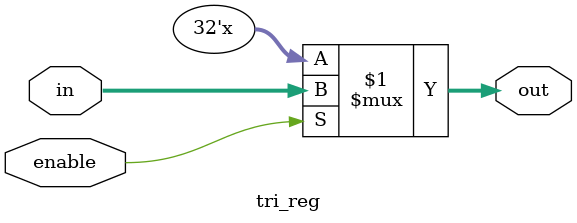
<source format=v>
module regfile (
    clock,
    ctrl_writeEnable,
    ctrl_reset, ctrl_writeReg,
    ctrl_readRegA, ctrl_readRegB, data_writeReg,
    data_readRegA, data_readRegB
);

   input clock, ctrl_writeEnable, ctrl_reset;
   input [4:0] ctrl_writeReg, ctrl_readRegA, ctrl_readRegB;
   input [31:0] data_writeReg;

   output [31:0] data_readRegA, data_readRegB;

   /* YOUR CODE HERE */
	
	wire [1023:0] read_output;
	
	wire [31:0] write_bits;
	decoder dcW(ctrl_writeReg, write_bits);
	
	wire [31:0] readA_bits;
	decoder dcA(ctrl_readRegA, readA_bits);
	
	wire [31:0] readB_bits;
	decoder dcB(ctrl_readRegB, readB_bits);
	
	wire [31:0] write_enable_bit;
	and a0(write_enable_bit[0], ctrl_writeEnable, write_bits[0]);
	and a1(write_enable_bit[1], ctrl_writeEnable, write_bits[1]);
	and a2(write_enable_bit[2], ctrl_writeEnable, write_bits[2]);
	and a3(write_enable_bit[3], ctrl_writeEnable, write_bits[3]);
	and a4(write_enable_bit[4], ctrl_writeEnable, write_bits[4]);
	and a5(write_enable_bit[5], ctrl_writeEnable, write_bits[5]);
	and a6(write_enable_bit[6], ctrl_writeEnable, write_bits[6]);
	and a7(write_enable_bit[7], ctrl_writeEnable, write_bits[7]);
	and a8(write_enable_bit[8], ctrl_writeEnable, write_bits[8]);
	and a9(write_enable_bit[9], ctrl_writeEnable, write_bits[9]);
	and a10(write_enable_bit[10], ctrl_writeEnable, write_bits[10]);
	and a11(write_enable_bit[11], ctrl_writeEnable, write_bits[11]);
	and a12(write_enable_bit[12], ctrl_writeEnable, write_bits[12]);
	and a13(write_enable_bit[13], ctrl_writeEnable, write_bits[13]);
	and a14(write_enable_bit[14], ctrl_writeEnable, write_bits[14]);
	and a15(write_enable_bit[15], ctrl_writeEnable, write_bits[15]);
	and a16(write_enable_bit[16], ctrl_writeEnable, write_bits[16]);
	and a17(write_enable_bit[17], ctrl_writeEnable, write_bits[17]);
	and a18(write_enable_bit[18], ctrl_writeEnable, write_bits[18]);
	and a19(write_enable_bit[19], ctrl_writeEnable, write_bits[19]);
	and a20(write_enable_bit[20], ctrl_writeEnable, write_bits[20]);
	and a21(write_enable_bit[21], ctrl_writeEnable, write_bits[21]);
	and a22(write_enable_bit[22], ctrl_writeEnable, write_bits[22]);
	and a23(write_enable_bit[23], ctrl_writeEnable, write_bits[23]);
	and a24(write_enable_bit[24], ctrl_writeEnable, write_bits[24]);
	and a25(write_enable_bit[25], ctrl_writeEnable, write_bits[25]);
	and a26(write_enable_bit[26], ctrl_writeEnable, write_bits[26]);
	and a27(write_enable_bit[27], ctrl_writeEnable, write_bits[27]);
	and a28(write_enable_bit[28], ctrl_writeEnable, write_bits[28]);
	and a29(write_enable_bit[29], ctrl_writeEnable, write_bits[29]);
	and a30(write_enable_bit[30], ctrl_writeEnable, write_bits[30]);
	and a31(write_enable_bit[31], ctrl_writeEnable, write_bits[31]);
	
	register r0(read_output[31:0], clock, 1'b0, ctrl_reset, data_writeReg);
	
	//wire [1023:0] intermediate;
	
	generate
		genvar i;
		for (i=1; i<32; i = i+1) begin: gen1
			register r1 (
				 .data_out(read_output[32*(i+1)-1: 32*i]),
				 .clock(clock),
				 .ctrl_writeEnable(write_enable_bit[i]),
				 .ctrl_reset(ctrl_reset), 
				 .data_in(data_writeReg)
			);
			/*register_neg r2 (
				 .data_out(read_output[32*(i+1)-1: 32*i]),
				 .clock(clock),
				 .ctrl_writeEnable(1'b1),
				 .ctrl_reset(ctrl_reset), 
				 .data_in(intermediate[32*(i+1)-1: 32*i])
			);*/
		end
	endgenerate
	
	generate
		for (i=0; i<32; i = i+1) begin: gen2
			tri_reg tr(read_output[32*(i+1)-1 : 32*i], data_readRegA, readA_bits[i]);
		end
	endgenerate
	
	generate
		for (i=0; i<32; i = i+1) begin: gen3
			tri_reg tr(read_output[32*(i+1)-1 : 32*i], data_readRegB, readB_bits[i]);
		end
	endgenerate
	
endmodule

module decoder (
    in, out
);

   input [4:0] in;
	output [31:0] out;
	
	wire n0, n1, n2, n3, n4;

	not not0(n0, in[0]);
	not not1(n1, in[1]);
	not not2(n2, in[2]);
	not not3(n3, in[3]);
	not not4(n4, in[4]);
	
	and and1(out[0], n0, n1, n2, n3, n4);
	and and2(out[1], in[0], n1, n2, n3, n4);
	and and3(out[2], n0, in[1], n2, n3, n4);
	and and4(out[3], in[0], in[1], n2, n3, n4);
	
	and and5(out[4], n0, n1, in[2], n3, n4);
	and and6(out[5], in[0], n1, in[2], n3, n4);
	and and7(out[6], n0, in[1], in[2], n3, n4);
	and and8(out[7], in[0], in[1], in[2], n3, n4);
	
	and and9(out[8], n0, n1, n2, in[3], n4);
	and and10(out[9], in[0], n1, n2, in[3], n4);
	and and11(out[10], n0, in[1], n2, in[3], n4);
	and and12(out[11], in[0], in[1], n2, in[3], n4);
	
	and and13(out[12], n0, n1, in[2], in[3], n4);
	and and14(out[13], in[0], n1, in[2], in[3], n4);
	and and15(out[14], n0, in[1], in[2], in[3], n4);
	and and16(out[15], in[0], in[1], in[2], in[3], n4);
	
	and and17(out[16], n0, n1, n2, n3, in[4]);
	and and18(out[17], in[0], n1, n2, n3, in[4]);
	and and19(out[18], n0, in[1], n2, n3, in[4]);
	and and20(out[19], in[0], in[1], n2, n3, in[4]);
	
	and and21(out[20], n0, n1, in[2], n3, in[4]);
	and and22(out[21], in[0], n1, in[2], n3, in[4]);
	and and23(out[22], n0, in[1], in[2], n3, in[4]);
	and and24(out[23], in[0], in[1], in[2], n3, in[4]);
	
	and and25(out[24], n0, n1, n2, in[3], in[4]);
	and and26(out[25], in[0], n1, n2, in[3], in[4]);
	and and27(out[26], n0, in[1], n2, in[3], in[4]);
	and and28(out[27], in[0], in[1], n2, in[3], in[4]);
	
	and and29(out[28], n0, n1, in[2], in[3], in[4]);
	and and30(out[29], in[0], n1, in[2], in[3], in[4]);
	and and31(out[30], n0, in[1], in[2], in[3], in[4]);
	and and32(out[31], in[0], in[1], in[2], in[3], in[4]);


endmodule

module dffe_ref(q, d, clk, en, clr);
   
   //Inputs
   input d, clk, en, clr;
   
   //Internal wire
   wire clr;

   //Output
   output q;
   
   //Register
   reg q;

   //Intialize q to 0
   initial
   begin
       q = 1'b0;
   end

   //Set value of q on positive edge of the clock or clear
   always @(posedge clk or posedge clr) begin
       //If clear is high, set q to 0
       if (clr) begin
           q <= 1'b0;
       //If enable is high, set q to the value of d
       end else if (en) begin
           q <= d;
       end
   end
endmodule

module dffe_ref_neg(q, d, clk, en, clr);
   
   //Inputs
   input d, clk, en, clr;
   
   //Internal wire
   wire clr;

   //Output
   output q;
   
   //Register
   reg q;

   //Intialize q to 0
   initial
   begin
       q = 1'b0;
   end

   //Set value of q on positive edge of the clock or clear
   always @(negedge clk or posedge clr) begin
       //If clear is high, set q to 0
       if (clr) begin
           q <= 1'b0;
       //If enable is high, set q to the value of d
       end else if (en) begin
           q <= d;
       end
   end
endmodule

module register (
    data_out,
	 clock,
    ctrl_writeEnable,
    ctrl_reset, data_in
);

   input clock, ctrl_writeEnable, ctrl_reset;
   input [31:0] data_in;
	output [31:0] data_out;
	
	dffe_ref d0(data_out[0], data_in[0], clock, ctrl_writeEnable, ctrl_reset);
	dffe_ref d1(data_out[1], data_in[1], clock, ctrl_writeEnable, ctrl_reset);
	dffe_ref d2(data_out[2], data_in[2], clock, ctrl_writeEnable, ctrl_reset);
	dffe_ref d3(data_out[3], data_in[3], clock, ctrl_writeEnable, ctrl_reset);
	dffe_ref d4(data_out[4], data_in[4], clock, ctrl_writeEnable, ctrl_reset);
	dffe_ref d5(data_out[5], data_in[5], clock, ctrl_writeEnable, ctrl_reset);
	dffe_ref d6(data_out[6], data_in[6], clock, ctrl_writeEnable, ctrl_reset);
	dffe_ref d7(data_out[7], data_in[7], clock, ctrl_writeEnable, ctrl_reset);
	dffe_ref d8(data_out[8], data_in[8], clock, ctrl_writeEnable, ctrl_reset);
	dffe_ref d9(data_out[9], data_in[9], clock, ctrl_writeEnable, ctrl_reset);
	dffe_ref d10(data_out[10], data_in[10], clock, ctrl_writeEnable, ctrl_reset);
	dffe_ref d11(data_out[11], data_in[11], clock, ctrl_writeEnable, ctrl_reset);
	dffe_ref d12(data_out[12], data_in[12], clock, ctrl_writeEnable, ctrl_reset);
	dffe_ref d13(data_out[13], data_in[13], clock, ctrl_writeEnable, ctrl_reset);
	dffe_ref d14(data_out[14], data_in[14], clock, ctrl_writeEnable, ctrl_reset);
	dffe_ref d15(data_out[15], data_in[15], clock, ctrl_writeEnable, ctrl_reset);
	dffe_ref d16(data_out[16], data_in[16], clock, ctrl_writeEnable, ctrl_reset);
	dffe_ref d17(data_out[17], data_in[17], clock, ctrl_writeEnable, ctrl_reset);
	dffe_ref d18(data_out[18], data_in[18], clock, ctrl_writeEnable, ctrl_reset);
	dffe_ref d19(data_out[19], data_in[19], clock, ctrl_writeEnable, ctrl_reset);
	dffe_ref d20(data_out[20], data_in[20], clock, ctrl_writeEnable, ctrl_reset);
	dffe_ref d21(data_out[21], data_in[21], clock, ctrl_writeEnable, ctrl_reset);
	dffe_ref d22(data_out[22], data_in[22], clock, ctrl_writeEnable, ctrl_reset);
	dffe_ref d23(data_out[23], data_in[23], clock, ctrl_writeEnable, ctrl_reset);
	dffe_ref d24(data_out[24], data_in[24], clock, ctrl_writeEnable, ctrl_reset);
	dffe_ref d25(data_out[25], data_in[25], clock, ctrl_writeEnable, ctrl_reset);
	dffe_ref d26(data_out[26], data_in[26], clock, ctrl_writeEnable, ctrl_reset);
	dffe_ref d27(data_out[27], data_in[27], clock, ctrl_writeEnable, ctrl_reset);
	dffe_ref d28(data_out[28], data_in[28], clock, ctrl_writeEnable, ctrl_reset);
	dffe_ref d29(data_out[29], data_in[29], clock, ctrl_writeEnable, ctrl_reset);
	dffe_ref d30(data_out[30], data_in[30], clock, ctrl_writeEnable, ctrl_reset);
	dffe_ref d31(data_out[31], data_in[31], clock, ctrl_writeEnable, ctrl_reset);

endmodule

module register_neg (
    data_out,
	 clock,
    ctrl_writeEnable,
    ctrl_reset, data_in
);

   input clock, ctrl_writeEnable, ctrl_reset;
   input [31:0] data_in;
	output [31:0] data_out;
	
	dffe_ref_neg d0(data_out[0], data_in[0], clock, ctrl_writeEnable, ctrl_reset);
	dffe_ref_neg d1(data_out[1], data_in[1], clock, ctrl_writeEnable, ctrl_reset);
	dffe_ref_neg d2(data_out[2], data_in[2], clock, ctrl_writeEnable, ctrl_reset);
	dffe_ref_neg d3(data_out[3], data_in[3], clock, ctrl_writeEnable, ctrl_reset);
	dffe_ref_neg d4(data_out[4], data_in[4], clock, ctrl_writeEnable, ctrl_reset);
	dffe_ref_neg d5(data_out[5], data_in[5], clock, ctrl_writeEnable, ctrl_reset);
	dffe_ref_neg d6(data_out[6], data_in[6], clock, ctrl_writeEnable, ctrl_reset);
	dffe_ref_neg d7(data_out[7], data_in[7], clock, ctrl_writeEnable, ctrl_reset);
	dffe_ref_neg d8(data_out[8], data_in[8], clock, ctrl_writeEnable, ctrl_reset);
	dffe_ref_neg d9(data_out[9], data_in[9], clock, ctrl_writeEnable, ctrl_reset);
	dffe_ref_neg d10(data_out[10], data_in[10], clock, ctrl_writeEnable, ctrl_reset);
	dffe_ref_neg d11(data_out[11], data_in[11], clock, ctrl_writeEnable, ctrl_reset);
	dffe_ref_neg d12(data_out[12], data_in[12], clock, ctrl_writeEnable, ctrl_reset);
	dffe_ref_neg d13(data_out[13], data_in[13], clock, ctrl_writeEnable, ctrl_reset);
	dffe_ref_neg d14(data_out[14], data_in[14], clock, ctrl_writeEnable, ctrl_reset);
	dffe_ref_neg d15(data_out[15], data_in[15], clock, ctrl_writeEnable, ctrl_reset);
	dffe_ref_neg d16(data_out[16], data_in[16], clock, ctrl_writeEnable, ctrl_reset);
	dffe_ref_neg d17(data_out[17], data_in[17], clock, ctrl_writeEnable, ctrl_reset);
	dffe_ref_neg d18(data_out[18], data_in[18], clock, ctrl_writeEnable, ctrl_reset);
	dffe_ref_neg d19(data_out[19], data_in[19], clock, ctrl_writeEnable, ctrl_reset);
	dffe_ref_neg d20(data_out[20], data_in[20], clock, ctrl_writeEnable, ctrl_reset);
	dffe_ref_neg d21(data_out[21], data_in[21], clock, ctrl_writeEnable, ctrl_reset);
	dffe_ref_neg d22(data_out[22], data_in[22], clock, ctrl_writeEnable, ctrl_reset);
	dffe_ref_neg d23(data_out[23], data_in[23], clock, ctrl_writeEnable, ctrl_reset);
	dffe_ref_neg d24(data_out[24], data_in[24], clock, ctrl_writeEnable, ctrl_reset);
	dffe_ref_neg d25(data_out[25], data_in[25], clock, ctrl_writeEnable, ctrl_reset);
	dffe_ref_neg d26(data_out[26], data_in[26], clock, ctrl_writeEnable, ctrl_reset);
	dffe_ref_neg d27(data_out[27], data_in[27], clock, ctrl_writeEnable, ctrl_reset);
	dffe_ref_neg d28(data_out[28], data_in[28], clock, ctrl_writeEnable, ctrl_reset);
	dffe_ref_neg d29(data_out[29], data_in[29], clock, ctrl_writeEnable, ctrl_reset);
	dffe_ref_neg d30(data_out[30], data_in[30], clock, ctrl_writeEnable, ctrl_reset);
	dffe_ref_neg d31(data_out[31], data_in[31], clock, ctrl_writeEnable, ctrl_reset);

endmodule

module tri_buf (in, out, enable);
	
	input in, enable;
	output out;
	
	assign out = enable ? in : 1'bz;
	
endmodule

module tri_reg (in, out, enable);
	
	input enable;
	input [31:0] in;
	output [31:0] out;
	
	assign out = enable ? in : 32'bz;
	
endmodule 

</source>
